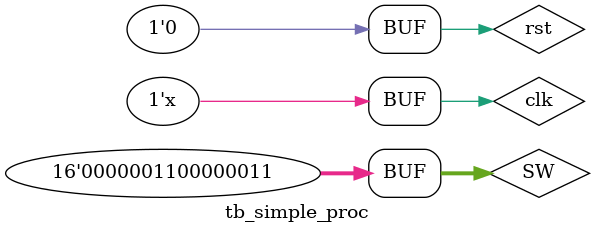
<source format=v>
`timescale 1ns / 1ps


module tb_simple_proc();

reg clk;
//reg [15:0] SW = 16'b0001100110010001;
reg [15:0] SW = 16'b00000011_00000011;
reg rst;

simple_proc dut (clk, SW, rst);

initial
begin
rst = 1;
clk = 0;
#15
rst = 0;
end

always #10 clk = !clk;

endmodule

</source>
